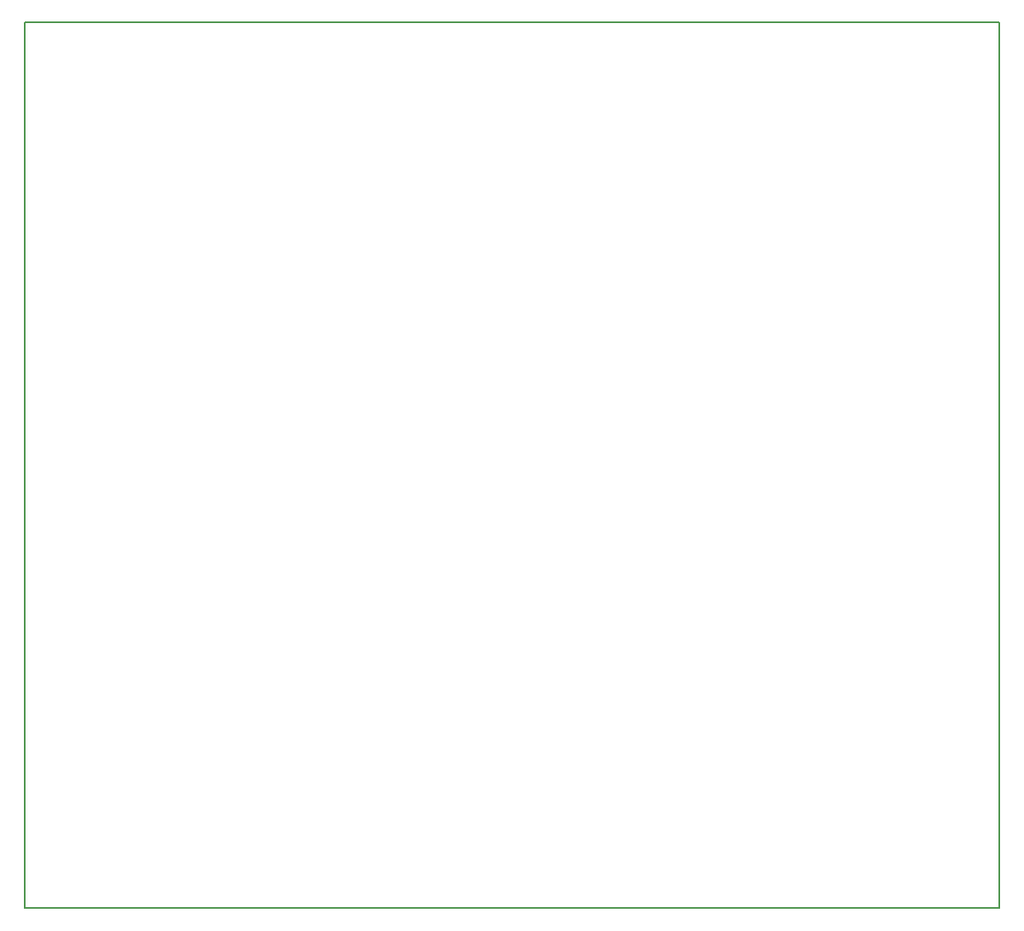
<source format=gbr>
G04 #@! TF.FileFunction,Profile,NP*
%FSLAX46Y46*%
G04 Gerber Fmt 4.6, Leading zero omitted, Abs format (unit mm)*
G04 Created by KiCad (PCBNEW 4.0.2+e4-6225~38~ubuntu14.04.1-stable) date Sa 25 Jun 2016 13:19:29 CEST*
%MOMM*%
G01*
G04 APERTURE LIST*
%ADD10C,0.100000*%
%ADD11C,0.150000*%
G04 APERTURE END LIST*
D10*
D11*
X130000000Y-30000000D02*
X30000000Y-30000000D01*
X130000000Y-121000000D02*
X130000000Y-30000000D01*
X30000000Y-121000000D02*
X130000000Y-121000000D01*
X30000000Y-30000000D02*
X30000000Y-121000000D01*
M02*

</source>
